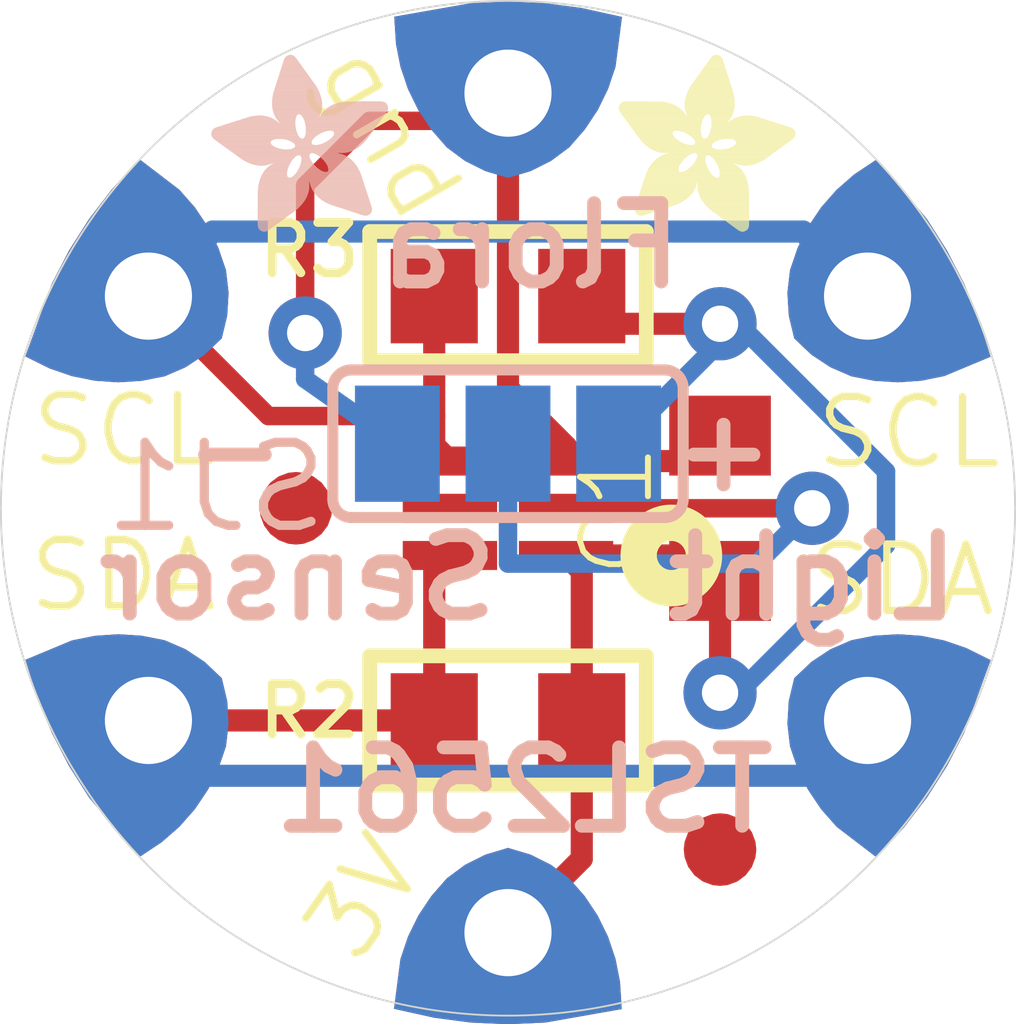
<source format=kicad_pcb>
(kicad_pcb (version 20221018) (generator pcbnew)
  (layers (0 "F.Cu" signal) (31 "B.Cu" signal) (34 "B.Paste" user) (35 "F.Paste" user) (36 "B.SilkS" user "B.Silkscreen") (37 "F.SilkS" user "F.Silkscreen") (38 "B.Mask" user) (39 "F.Mask" user) (44 "Edge.Cuts" user))
  (net 0 "")
  (net 1 "GND")
  (net 2 "3.3V")
  (net 3 "SDA")
  (net 4 "SCL")
  (net 5 "ADDR")
  (footprint "working:SEWINGTAP_0.5" (layer "F.Cu") (at 153.4541 107.9246 -120)
    (fp_text reference "SDA1" hide)
    (fp_text value "SEWTAP0.5IN" hide)
    (fp_poly (pts (xy 0.510656 -1.238743) (xy 1.017424 -1.172026) (xy 1.570433 -1.049427) (xy 1.481621 -0.363766) (xy 1.377917 -0.056151) (xy 1.23587 0.233416) (xy 1.057243 0.501965) (xy 0.843327 0.746924) (xy 0.591455 0.933744) (xy 0.312122 1.07341) (xy 0 1.16625) (xy -0.312122 1.07341) (xy -0.591455 0.933744) (xy -0.843327 0.746924) (xy -1.057243 0.501967) (xy -1.235871 0.233417) (xy -1.377917 -0.056152) (xy -1.480952 -0.361783) (xy -1.543214 -0.678249) (xy -1.566969 -1.052671) (xy -0.512044 -1.238682) (xy 0 -1.261038)) (fill solid) (layer "F.Cu"))
    (fp_poly (pts (xy 0.510656 -1.238743) (xy 1.017424 -1.172026) (xy 1.570433 -1.049427) (xy 1.481621 -0.363766) (xy 1.377917 -0.056151) (xy 1.23587 0.233416) (xy 1.057243 0.501965) (xy 0.843327 0.746924) (xy 0.591455 0.933744) (xy 0.312122 1.07341) (xy 0 1.16625) (xy -0.312122 1.07341) (xy -0.591455 0.933744) (xy -0.843327 0.746924) (xy -1.057243 0.501967) (xy -1.235871 0.233417) (xy -1.377917 -0.056152) (xy -1.480952 -0.361783) (xy -1.543214 -0.678249) (xy -1.566969 -1.052671) (xy -0.512044 -1.238682) (xy 0 -1.261038)) (fill solid) (layer "B.Cu"))
    (pad "TAP" thru_hole circle (at 0 0 240) (size 2.1844 2.1844) (drill 1.2) (layers "*.Cu" "*.Mask") (net 3 "SDA"))
  )
  (footprint "working:SEWINGTAP_0.5" (layer "F.Cu") (at 153.4541 102.0826 -60)
    (fp_text reference "SCL1" hide)
    (fp_text value "SEWTAP0.5IN" hide)
    (fp_poly (pts (xy 0.510656 -1.238743) (xy 1.017424 -1.172026) (xy 1.570433 -1.049427) (xy 1.481621 -0.363766) (xy 1.377917 -0.056151) (xy 1.23587 0.233416) (xy 1.057243 0.501965) (xy 0.843327 0.746924) (xy 0.591455 0.933744) (xy 0.312122 1.07341) (xy 0 1.16625) (xy -0.312122 1.07341) (xy -0.591455 0.933744) (xy -0.843327 0.746924) (xy -1.057243 0.501967) (xy -1.235871 0.233417) (xy -1.377917 -0.056152) (xy -1.480952 -0.361783) (xy -1.543214 -0.678249) (xy -1.566969 -1.052671) (xy -0.512044 -1.238682) (xy 0 -1.261038)) (fill solid) (layer "F.Cu"))
    (fp_poly (pts (xy 0.510656 -1.238743) (xy 1.017424 -1.172026) (xy 1.570433 -1.049427) (xy 1.481621 -0.363766) (xy 1.377917 -0.056151) (xy 1.23587 0.233416) (xy 1.057243 0.501965) (xy 0.843327 0.746924) (xy 0.591455 0.933744) (xy 0.312122 1.07341) (xy 0 1.16625) (xy -0.312122 1.07341) (xy -0.591455 0.933744) (xy -0.843327 0.746924) (xy -1.057243 0.501967) (xy -1.235871 0.233417) (xy -1.377917 -0.056152) (xy -1.480952 -0.361783) (xy -1.543214 -0.678249) (xy -1.566969 -1.052671) (xy -0.512044 -1.238682) (xy 0 -1.261038)) (fill solid) (layer "B.Cu"))
    (pad "TAP" thru_hole circle (at 0 0 300) (size 2.1844 2.1844) (drill 1.2) (layers "*.Cu" "*.Mask") (net 4 "SCL"))
  )
  (footprint "working:_0805" (layer "F.Cu") (at 148.5011 102.0826)
    (fp_text reference "R3" (at -3.4925 -0.635) (layer "F.SilkS") (effects (font (size 0.692831 0.692831) (thickness 0.119969)) (justify left)))
    (fp_text value "10K")
    (pad "1" smd rect (at -1.016 0) (size 1.2 1.3) (layers "F.Cu" "F.Paste" "F.Mask") (net 4 "SCL"))
    (pad "2" smd rect (at 1.016 0) (size 1.2 1.3) (layers "F.Cu" "F.Paste" "F.Mask") (net 2 "3.3V"))
  )
  (footprint "working:ADAFRUIT_2.5MM" (layer "F.Cu") (at 150.0251 101.1936)
    (fp_text reference "U$4" hide)
    (fp_text value "" hide)
  )
  (footprint "working:SEWINGTAP_0.5" (layer "F.Cu") (at 143.5481 102.0826 60)
    (fp_text reference "SCL2" hide)
    (fp_text value "SEWTAP0.5IN" hide)
    (fp_poly (pts (xy 0.510656 -1.238743) (xy 1.017424 -1.172026) (xy 1.570433 -1.049427) (xy 1.481621 -0.363766) (xy 1.377917 -0.056151) (xy 1.23587 0.233416) (xy 1.057243 0.501965) (xy 0.843327 0.746924) (xy 0.591455 0.933744) (xy 0.312122 1.07341) (xy 0 1.16625) (xy -0.312122 1.07341) (xy -0.591455 0.933744) (xy -0.843327 0.746924) (xy -1.057243 0.501967) (xy -1.235871 0.233417) (xy -1.377917 -0.056152) (xy -1.480952 -0.361783) (xy -1.543214 -0.678249) (xy -1.566969 -1.052671) (xy -0.512044 -1.238682) (xy 0 -1.261038)) (fill solid) (layer "F.Cu"))
    (fp_poly (pts (xy 0.510656 -1.238743) (xy 1.017424 -1.172026) (xy 1.570433 -1.049427) (xy 1.481621 -0.363766) (xy 1.377917 -0.056151) (xy 1.23587 0.233416) (xy 1.057243 0.501965) (xy 0.843327 0.746924) (xy 0.591455 0.933744) (xy 0.312122 1.07341) (xy 0 1.16625) (xy -0.312122 1.07341) (xy -0.591455 0.933744) (xy -0.843327 0.746924) (xy -1.057243 0.501967) (xy -1.235871 0.233417) (xy -1.377917 -0.056152) (xy -1.480952 -0.361783) (xy -1.543214 -0.678249) (xy -1.566969 -1.052671) (xy -0.512044 -1.238682) (xy 0 -1.261038)) (fill solid) (layer "B.Cu"))
    (pad "TAP" thru_hole circle (at 0 0 60) (size 2.1844 2.1844) (drill 1.2) (layers "*.Cu" "*.Mask") (net 4 "SCL"))
  )
  (footprint "working:TSL2561_FN" (layer "F.Cu") (at 148.5011 105.0036 180)
    (fp_text reference "U2")
    (fp_text value "TSL2561")
    (pad "ADR" smd rect (at -0.8 0 180) (size 1.3 0.4) (layers "F.Cu" "F.Mask") (net 5 "ADDR"))
    (pad "CLK" smd rect (at 0.8 0.65 180) (size 1.3 0.4) (layers "F.Cu" "F.Mask") (net 4 "SCL"))
    (pad "DATA" smd rect (at 0.8 -0.65 180) (size 1.3 0.4) (layers "F.Cu" "F.Mask") (net 3 "SDA"))
    (pad "INT" smd rect (at 0.8 0 180) (size 1.3 0.4) (layers "F.Cu" "F.Mask"))
    (pad "VDD" smd rect (at -0.8 -0.65 180) (size 1.3 0.4) (layers "F.Cu" "F.Mask") (net 2 "3.3V"))
    (pad "VSS" smd rect (at -0.8 0.65 180) (size 1.3 0.4) (layers "F.Cu" "F.Mask") (net 1 "GND"))
  )
  (footprint "working:SEWINGTAP_0.5" (layer "F.Cu") (at 143.5481 107.9246 120)
    (fp_text reference "SDA2" hide)
    (fp_text value "SEWTAP0.5IN" hide)
    (fp_poly (pts (xy 0.510656 -1.238743) (xy 1.017424 -1.172026) (xy 1.570433 -1.049427) (xy 1.481621 -0.363766) (xy 1.377917 -0.056151) (xy 1.23587 0.233416) (xy 1.057243 0.501965) (xy 0.843327 0.746924) (xy 0.591455 0.933744) (xy 0.312122 1.07341) (xy 0 1.16625) (xy -0.312122 1.07341) (xy -0.591455 0.933744) (xy -0.843327 0.746924) (xy -1.057243 0.501967) (xy -1.235871 0.233417) (xy -1.377917 -0.056152) (xy -1.480952 -0.361783) (xy -1.543214 -0.678249) (xy -1.566969 -1.052671) (xy -0.512044 -1.238682) (xy 0 -1.261038)) (fill solid) (layer "F.Cu"))
    (fp_poly (pts (xy 0.510656 -1.238743) (xy 1.017424 -1.172026) (xy 1.570433 -1.049427) (xy 1.481621 -0.363766) (xy 1.377917 -0.056151) (xy 1.23587 0.233416) (xy 1.057243 0.501965) (xy 0.843327 0.746924) (xy 0.591455 0.933744) (xy 0.312122 1.07341) (xy 0 1.16625) (xy -0.312122 1.07341) (xy -0.591455 0.933744) (xy -0.843327 0.746924) (xy -1.057243 0.501967) (xy -1.235871 0.233417) (xy -1.377917 -0.056152) (xy -1.480952 -0.361783) (xy -1.543214 -0.678249) (xy -1.566969 -1.052671) (xy -0.512044 -1.238682) (xy 0 -1.261038)) (fill solid) (layer "B.Cu"))
    (pad "TAP" thru_hole circle (at 0 0 120) (size 2.1844 2.1844) (drill 1.2) (layers "*.Cu" "*.Mask") (net 3 "SDA"))
  )
  (footprint "working:FIDUCIAL_1MM" (layer "F.Cu") (at 151.4221 109.7026)
    (fp_text reference "FID2" hide)
    (fp_text value "FIDUCIAL\"\"" hide)
    (pad "1" smd roundrect (at 0 0) (size 1 1) (layers "F.Cu" "F.Mask") (roundrect_rratio 0.5))
  )
  (footprint "working:_0805" (layer "F.Cu") (at 148.5011 107.9246)
    (fp_text reference "R2" (at -3.4925 -0.127) (layer "F.SilkS") (effects (font (size 0.692831 0.692831) (thickness 0.119969)) (justify left)))
    (fp_text value "10K")
    (pad "1" smd rect (at -1.016 0) (size 1.2 1.3) (layers "F.Cu" "F.Paste" "F.Mask") (net 3 "SDA"))
    (pad "2" smd rect (at 1.016 0) (size 1.2 1.3) (layers "F.Cu" "F.Paste" "F.Mask") (net 2 "3.3V"))
  )
  (footprint "working:C0805K" (layer "F.Cu") (at 151.4221 105.0036 90)
    (fp_text reference "C1" (at -1 -0.875 90) (layer "F.SilkS") (effects (font (size 0.93472 0.93472) (thickness 0.08128)) (justify left bottom)))
    (fp_text value "0.1uF")
    (pad "1" smd rect (at -1 0 90) (size 1.1 1.4) (layers "F.Cu" "F.Paste" "F.Mask") (net 2 "3.3V"))
    (pad "2" smd rect (at 1 0 90) (size 1.1 1.4) (layers "F.Cu" "F.Paste" "F.Mask") (net 1 "GND"))
  )
  (footprint "working:SEWINGTAP_0.5" (layer "F.Cu") (at 148.5011 110.8456 180)
    (fp_text reference "VCC0" hide)
    (fp_text value "SEWTAP0.5IN" hide)
    (fp_poly (pts (xy 0.510656 -1.238743) (xy 1.017424 -1.172026) (xy 1.570433 -1.049427) (xy 1.481621 -0.363766) (xy 1.377917 -0.056151) (xy 1.23587 0.233416) (xy 1.057243 0.501965) (xy 0.843327 0.746924) (xy 0.591455 0.933744) (xy 0.312122 1.07341) (xy 0 1.16625) (xy -0.312122 1.07341) (xy -0.591455 0.933744) (xy -0.843327 0.746924) (xy -1.057243 0.501967) (xy -1.235871 0.233417) (xy -1.377917 -0.056152) (xy -1.480952 -0.361783) (xy -1.543214 -0.678249) (xy -1.566969 -1.052671) (xy -0.512044 -1.238682) (xy 0 -1.261038)) (fill solid) (layer "F.Cu"))
    (fp_poly (pts (xy 0.510656 -1.238743) (xy 1.017424 -1.172026) (xy 1.570433 -1.049427) (xy 1.481621 -0.363766) (xy 1.377917 -0.056151) (xy 1.23587 0.233416) (xy 1.057243 0.501965) (xy 0.843327 0.746924) (xy 0.591455 0.933744) (xy 0.312122 1.07341) (xy 0 1.16625) (xy -0.312122 1.07341) (xy -0.591455 0.933744) (xy -0.843327 0.746924) (xy -1.057243 0.501967) (xy -1.235871 0.233417) (xy -1.377917 -0.056152) (xy -1.480952 -0.361783) (xy -1.543214 -0.678249) (xy -1.566969 -1.052671) (xy -0.512044 -1.238682) (xy 0 -1.261038)) (fill solid) (layer "B.Cu"))
    (pad "TAP" thru_hole circle (at 0 0 180) (size 2.1844 2.1844) (drill 1.2) (layers "*.Cu" "*.Mask") (net 2 "3.3V"))
  )
  (footprint "working:FIDUCIAL_1MM" (layer "F.Cu") (at 145.5801 105.0036)
    (fp_text reference "FID1" hide)
    (fp_text value "FIDUCIAL\"\"" hide)
    (pad "1" smd roundrect (at 0 0) (size 1 1) (layers "F.Cu" "F.Mask") (roundrect_rratio 0.5))
  )
  (footprint "working:SEWINGTAP_0.5" (layer "F.Cu") (at 148.5011 99.2886)
    (fp_text reference "GND0" hide)
    (fp_text value "SEWTAP0.5IN" hide)
    (fp_poly (pts (xy 0.510656 -1.238743) (xy 1.017424 -1.172026) (xy 1.570433 -1.049427) (xy 1.481621 -0.363766) (xy 1.377917 -0.056151) (xy 1.23587 0.233416) (xy 1.057243 0.501965) (xy 0.843327 0.746924) (xy 0.591455 0.933744) (xy 0.312122 1.07341) (xy 0 1.16625) (xy -0.312122 1.07341) (xy -0.591455 0.933744) (xy -0.843327 0.746924) (xy -1.057243 0.501967) (xy -1.235871 0.233417) (xy -1.377917 -0.056152) (xy -1.480952 -0.361783) (xy -1.543214 -0.678249) (xy -1.566969 -1.052671) (xy -0.512044 -1.238682) (xy 0 -1.261038)) (fill solid) (layer "F.Cu"))
    (fp_poly (pts (xy 0.510656 -1.238743) (xy 1.017424 -1.172026) (xy 1.570433 -1.049427) (xy 1.481621 -0.363766) (xy 1.377917 -0.056151) (xy 1.23587 0.233416) (xy 1.057243 0.501965) (xy 0.843327 0.746924) (xy 0.591455 0.933744) (xy 0.312122 1.07341) (xy 0 1.16625) (xy -0.312122 1.07341) (xy -0.591455 0.933744) (xy -0.843327 0.746924) (xy -1.057243 0.501967) (xy -1.235871 0.233417) (xy -1.377917 -0.056152) (xy -1.480952 -0.361783) (xy -1.543214 -0.678249) (xy -1.566969 -1.052671) (xy -0.512044 -1.238682) (xy 0 -1.261038)) (fill solid) (layer "B.Cu"))
    (pad "TAP" thru_hole circle (at 0 0) (size 2.1844 2.1844) (drill 1.2) (layers "*.Cu" "*.Mask") (net 1 "GND"))
  )
  (footprint "working:SJ_2" (layer "B.Cu") (at 148.5011 104.1146)
    (fp_text reference "SJ1" (at -2.413 1.27 180) (layer "B.SilkS") (effects (font (size 1.143 1.143) (thickness 0.127)) (justify left bottom mirror)))
    (fp_text value "")
    (pad "1" smd rect (at -1.524 0) (size 1.1684 1.6002) (layers "B.Cu" "B.Paste" "B.Mask") (net 1 "GND"))
    (pad "2" smd rect (at 0 0) (size 1.1684 1.6002) (layers "B.Cu" "B.Paste" "B.Mask") (net 5 "ADDR"))
    (pad "3" smd rect (at 1.524 0) (size 1.1684 1.6002) (layers "B.Cu" "B.Paste" "B.Mask") (net 2 "3.3V"))
  )
  (footprint "working:ADAFRUIT_2.5MM" (layer "B.Cu") (at 146.8501 101.1936 180)
    (fp_text reference "U$3" hide)
    (fp_text value "" hide)
  )
  (gr_circle (center 148.5011 105.0036) (end 155.4861 105.0036) (stroke (width 0.0254)) (fill none) (layer "Edge.Cuts"))
  (gr_text "TSL2561" (at 152.2641 109.5166) (layer "B.SilkS") (effects (font (size 1.0795 1.0795) (thickness 0.1905)) (justify left bottom mirror)))
  (gr_text "+" (at 152.2641 104.8176) (layer "B.SilkS") (effects (font (size 1.0795 1.0795) (thickness 0.1905)) (justify left bottom mirror)))
  (gr_text "-" (at 145.5331 104.8176) (layer "B.SilkS") (effects (font (size 1.0795 1.0795) (thickness 0.1905)) (justify left bottom mirror)))
  (gr_text "Sensor" (at 148.4541 106.5956) (layer "B.SilkS") (effects (font (size 1.0795 1.0795) (thickness 0.1905)) (justify left bottom mirror)))
  (gr_text "Light" (at 154.8041 106.5956) (layer "B.SilkS") (effects (font (size 1.0795 1.0795) (thickness 0.1905)) (justify left bottom mirror)))
  (gr_text "Flora" (at 150.9941 102.0236) (layer "B.SilkS") (effects (font (size 1.0795 1.0795) (thickness 0.1905)) (justify left bottom mirror)))
  (gr_text "gnd" (at 147.9931 100.6856 300) (layer "F.SilkS") (effects (font (size 0.9144 0.9144) (thickness 0.1016)) (justify right top)))
  (gr_text "SDA" (at 141.846057 106.4641) (layer "F.SilkS") (effects (font (size 0.9144 0.9144) (thickness 0.1016)) (justify left bottom)))
  (gr_text "SDA" (at 152.5651 106.5276) (layer "F.SilkS") (effects (font (size 0.9144 0.9144) (thickness 0.1016)) (justify left bottom)))
  (gr_text "3V" (at 146.5961 109.3216 55) (layer "F.SilkS") (effects (font (size 0.9144 0.9144) (thickness 0.1016)) (justify right top)))
  (gr_text "SCL" (at 141.880088 104.466132) (layer "F.SilkS") (effects (font (size 0.9144 0.9144) (thickness 0.1016)) (justify left bottom)))
  (gr_text "SCL" (at 152.6921 104.4956) (layer "F.SilkS") (effects (font (size 0.9144 0.9144) (thickness 0.1016)) (justify left bottom)))
  (segment (start 148.5011 103.3526) (end 149.3011 104.1526) (width 0.3048) (layer "F.Cu") (net 1))
  (segment (start 151.4221 104.0036) (end 151.2221 104.3536) (width 0.3048) (layer "F.Cu") (net 1))
  (segment (start 145.7071 100.5586) (end 146.5961 99.6696) (width 0.254) (layer "F.Cu") (net 1))
  (segment (start 145.7071 102.5906) (end 145.7071 100.5586) (width 0.254) (layer "F.Cu") (net 1))
  (segment (start 149.3011 104.1526) (end 149.3011 104.3536) (width 0.3048) (layer "F.Cu") (net 1))
  (segment (start 151.2221 104.3536) (end 149.3011 104.3536) (width 0.3048) (layer "F.Cu") (net 1))
  (segment (start 146.5961 99.6696) (end 148.1201 99.6696) (width 0.254) (layer "F.Cu") (net 1))
  (segment (start 148.1201 99.6696) (end 148.5011 99.2886) (width 0.254) (layer "F.Cu") (net 1))
  (segment (start 148.5011 99.2886) (end 148.5011 103.3526) (width 0.3048) (layer "F.Cu") (net 1))
  (via (at 145.7071 102.5906) (size 1.008) (drill 0.5) (layers "F.Cu" "B.Cu") (net 1))
  (segment (start 146.9771 104.1146) (end 145.7071 103.2256) (width 0.254) (layer "B.Cu") (net 1))
  (segment (start 145.7071 103.2256) (end 145.7071 102.5906) (width 0.254) (layer "B.Cu") (net 1))
  (segment (start 149.5171 109.8296) (end 149.5171 107.9246) (width 0.3048) (layer "F.Cu") (net 2))
  (segment (start 149.5171 107.9246) (end 149.5171 105.8696) (width 0.3048) (layer "F.Cu") (net 2))
  (segment (start 151.4221 107.5436) (end 151.4221 106.0036) (width 0.3048) (layer "F.Cu") (net 2))
  (segment (start 151.4221 106.0036) (end 151.0651 105.6536) (width 0.3048) (layer "F.Cu") (net 2))
  (segment (start 149.8981 102.4636) (end 151.4221 102.4636) (width 0.3048) (layer "F.Cu") (net 2))
  (segment (start 151.0651 105.6536) (end 149.3011 105.6536) (width 0.3048) (layer "F.Cu") (net 2))
  (segment (start 149.5171 105.8696) (end 149.3011 105.6536) (width 0.3048) (layer "F.Cu") (net 2))
  (segment (start 148.5011 110.8456) (end 149.5171 109.8296) (width 0.3048) (layer "F.Cu") (net 2))
  (segment (start 149.5171 102.0826) (end 149.8981 102.4636) (width 0.3048) (layer "F.Cu") (net 2))
  (via (at 151.4221 107.5436) (size 1.008) (drill 0.5) (layers "F.Cu" "B.Cu") (net 2))
  (via (at 151.4221 102.4636) (size 1.008) (drill 0.5) (layers "F.Cu" "B.Cu") (net 2))
  (segment (start 151.6761 107.5436) (end 153.7081 105.5116) (width 0.254) (layer "B.Cu") (net 2))
  (segment (start 150.0251 104.1146) (end 151.4221 102.7176) (width 0.254) (layer "B.Cu") (net 2))
  (segment (start 151.4221 102.7176) (end 151.4221 102.4636) (width 0.254) (layer "B.Cu") (net 2))
  (segment (start 151.6761 102.4636) (end 151.4221 102.4636) (width 0.254) (layer "B.Cu") (net 2))
  (segment (start 153.7081 104.4956) (end 151.6761 102.4636) (width 0.254) (layer "B.Cu") (net 2))
  (segment (start 151.4221 107.5436) (end 151.6761 107.5436) (width 0.254) (layer "B.Cu") (net 2))
  (segment (start 153.7081 105.5116) (end 153.7081 104.4956) (width 0.254) (layer "B.Cu") (net 2))
  (segment (start 147.4851 105.8696) (end 147.7011 105.6536) (width 0.3048) (layer "F.Cu") (net 3))
  (segment (start 143.5481 107.9246) (end 147.4851 107.9246) (width 0.3048) (layer "F.Cu") (net 3))
  (segment (start 147.4851 107.9246) (end 147.4851 105.8696) (width 0.3048) (layer "F.Cu") (net 3))
  (segment (start 152.6921 108.6866) (end 153.4541 107.9246) (width 0.3048) (layer "B.Cu") (net 3))
  (segment (start 144.3101 108.6866) (end 152.6921 108.6866) (width 0.3048) (layer "B.Cu") (net 3))
  (segment (start 143.5481 107.9246) (end 144.3101 108.6866) (width 0.3048) (layer "B.Cu") (net 3))
  (segment (start 147.4851 104.1376) (end 147.4851 103.7336) (width 0.3048) (layer "F.Cu") (net 4))
  (segment (start 143.5481 102.0826) (end 145.1991 103.7336) (width 0.254) (layer "F.Cu") (net 4))
  (segment (start 147.4851 103.7336) (end 147.4851 102.0826) (width 0.3048) (layer "F.Cu") (net 4))
  (segment (start 147.7011 104.3536) (end 147.4851 104.1376) (width 0.3048) (layer "F.Cu") (net 4))
  (segment (start 145.1991 103.7336) (end 147.4851 103.7336) (width 0.254) (layer "F.Cu") (net 4))
  (segment (start 153.4541 102.0826) (end 152.5651 101.1936) (width 0.3048) (layer "B.Cu") (net 4))
  (segment (start 152.5651 101.1936) (end 144.4371 101.1936) (width 0.3048) (layer "B.Cu") (net 4))
  (segment (start 144.4371 101.1936) (end 143.5481 102.0826) (width 0.3048) (layer "B.Cu") (net 4))
  (segment (start 152.6921 105.0036) (end 149.3011 105.0036) (width 0.254) (layer "F.Cu") (net 5))
  (via (at 152.6921 105.0036) (size 1.008) (drill 0.5) (layers "F.Cu" "B.Cu") (net 5))
  (segment (start 148.5011 104.1146) (end 148.5011 105.7656) (width 0.254) (layer "B.Cu") (net 5))
  (segment (start 151.9301 105.7656) (end 152.6921 105.0036) (width 0.254) (layer "B.Cu") (net 5))
  (segment (start 148.5011 105.7656) (end 151.9301 105.7656) (width 0.254) (layer "B.Cu") (net 5))
)
</source>
